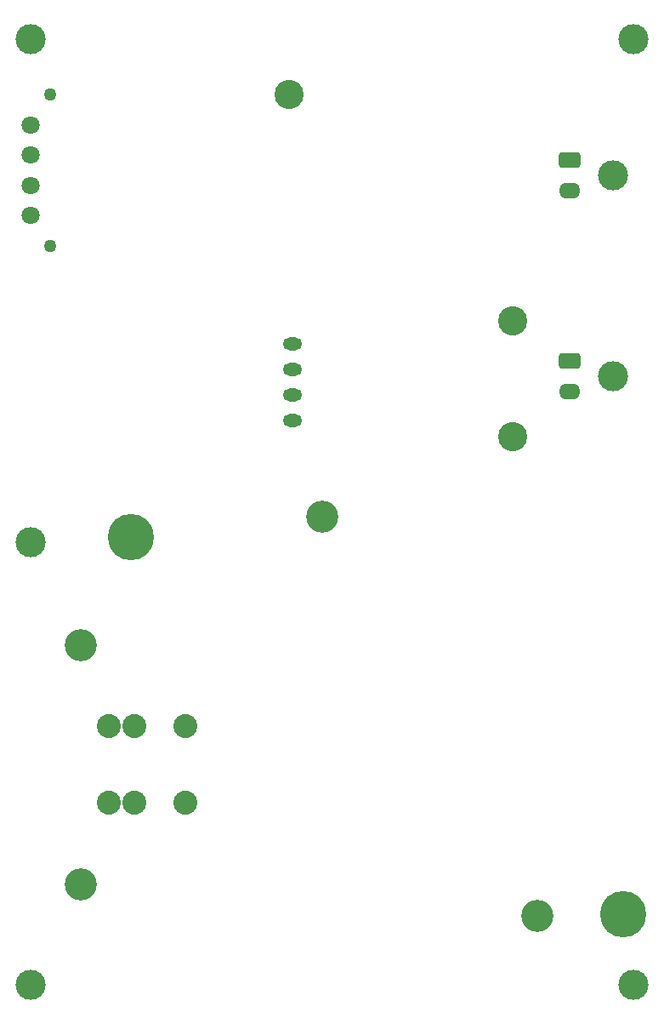
<source format=gbr>
G04 #@! TF.GenerationSoftware,KiCad,Pcbnew,7.0.2*
G04 #@! TF.CreationDate,2023-08-23T16:22:14-05:00*
G04 #@! TF.ProjectId,ContactorDriver,436f6e74-6163-4746-9f72-447269766572,rev?*
G04 #@! TF.SameCoordinates,Original*
G04 #@! TF.FileFunction,Soldermask,Bot*
G04 #@! TF.FilePolarity,Negative*
%FSLAX46Y46*%
G04 Gerber Fmt 4.6, Leading zero omitted, Abs format (unit mm)*
G04 Created by KiCad (PCBNEW 7.0.2) date 2023-08-23 16:22:14*
%MOMM*%
%LPD*%
G01*
G04 APERTURE LIST*
G04 Aperture macros list*
%AMRoundRect*
0 Rectangle with rounded corners*
0 $1 Rounding radius*
0 $2 $3 $4 $5 $6 $7 $8 $9 X,Y pos of 4 corners*
0 Add a 4 corners polygon primitive as box body*
4,1,4,$2,$3,$4,$5,$6,$7,$8,$9,$2,$3,0*
0 Add four circle primitives for the rounded corners*
1,1,$1+$1,$2,$3*
1,1,$1+$1,$4,$5*
1,1,$1+$1,$6,$7*
1,1,$1+$1,$8,$9*
0 Add four rect primitives between the rounded corners*
20,1,$1+$1,$2,$3,$4,$5,0*
20,1,$1+$1,$4,$5,$6,$7,0*
20,1,$1+$1,$6,$7,$8,$9,0*
20,1,$1+$1,$8,$9,$2,$3,0*%
G04 Aperture macros list end*
%ADD10C,3.000000*%
%ADD11RoundRect,0.301001X-0.759999X0.499999X-0.759999X-0.499999X0.759999X-0.499999X0.759999X0.499999X0*%
%ADD12O,2.122000X1.602000*%
%ADD13C,4.602880*%
%ADD14C,3.200000*%
%ADD15O,1.902000X1.302000*%
%ADD16C,1.270000*%
%ADD17C,1.802000*%
%ADD18C,2.902000*%
%ADD19C,2.388000*%
G04 APERTURE END LIST*
D10*
X227000000Y-165000000D03*
X227000000Y-71000000D03*
X225000000Y-84500000D03*
D11*
X220680000Y-83000000D03*
D12*
X220680000Y-86000000D03*
D13*
X226000000Y-158000000D03*
D10*
X167000000Y-165000000D03*
X225000000Y-104500000D03*
D11*
X220680000Y-103000000D03*
D12*
X220680000Y-106000000D03*
D10*
X167000000Y-71000000D03*
X167000000Y-121000000D03*
D14*
X217400000Y-158200000D03*
X196000000Y-118500000D03*
D13*
X177000000Y-120500000D03*
D15*
X193027300Y-108860000D03*
X193027300Y-106320000D03*
X193027300Y-103780000D03*
X193027300Y-101240000D03*
D16*
X168960000Y-76500000D03*
X168960000Y-91500000D03*
D17*
X167000000Y-79500000D03*
X167000000Y-82500000D03*
X167000000Y-85500000D03*
X167000000Y-88500000D03*
D18*
X192750000Y-76500000D03*
X215000000Y-99000000D03*
X215000000Y-110500000D03*
D14*
X172000000Y-131260000D03*
X172000000Y-155000000D03*
D19*
X182420000Y-139320000D03*
X177340000Y-139320000D03*
X174800000Y-139320000D03*
X182420000Y-146940000D03*
X177340000Y-146940000D03*
X174800000Y-146940000D03*
M02*

</source>
